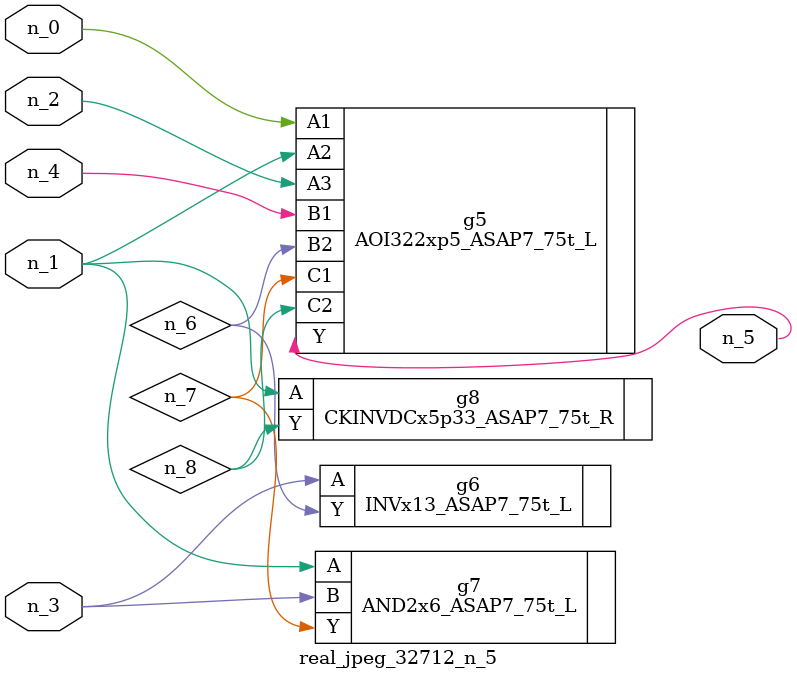
<source format=v>
module real_jpeg_32712_n_5 (n_4, n_0, n_1, n_2, n_3, n_5);

input n_4;
input n_0;
input n_1;
input n_2;
input n_3;

output n_5;

wire n_8;
wire n_6;
wire n_7;

AOI322xp5_ASAP7_75t_L g5 ( 
.A1(n_0),
.A2(n_1),
.A3(n_2),
.B1(n_4),
.B2(n_6),
.C1(n_7),
.C2(n_8),
.Y(n_5)
);

AND2x6_ASAP7_75t_L g7 ( 
.A(n_1),
.B(n_3),
.Y(n_7)
);

CKINVDCx5p33_ASAP7_75t_R g8 ( 
.A(n_1),
.Y(n_8)
);

INVx13_ASAP7_75t_L g6 ( 
.A(n_3),
.Y(n_6)
);


endmodule
</source>
